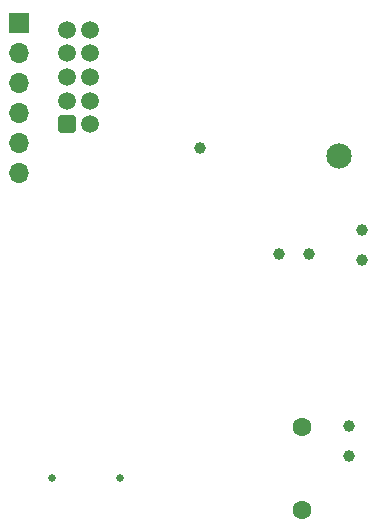
<source format=gbs>
%TF.GenerationSoftware,KiCad,Pcbnew,9.0.0*%
%TF.CreationDate,2025-02-25T22:38:48+02:00*%
%TF.ProjectId,bluetooth-audio,626c7565-746f-46f7-9468-2d617564696f,rev?*%
%TF.SameCoordinates,Original*%
%TF.FileFunction,Soldermask,Bot*%
%TF.FilePolarity,Negative*%
%FSLAX45Y45*%
G04 Gerber Fmt 4.5, Leading zero omitted, Abs format (unit mm)*
G04 Created by KiCad (PCBNEW 9.0.0) date 2025-02-25 22:38:48*
%MOMM*%
%LPD*%
G01*
G04 APERTURE LIST*
G04 Aperture macros list*
%AMRoundRect*
0 Rectangle with rounded corners*
0 $1 Rounding radius*
0 $2 $3 $4 $5 $6 $7 $8 $9 X,Y pos of 4 corners*
0 Add a 4 corners polygon primitive as box body*
4,1,4,$2,$3,$4,$5,$6,$7,$8,$9,$2,$3,0*
0 Add four circle primitives for the rounded corners*
1,1,$1+$1,$2,$3*
1,1,$1+$1,$4,$5*
1,1,$1+$1,$6,$7*
1,1,$1+$1,$8,$9*
0 Add four rect primitives between the rounded corners*
20,1,$1+$1,$2,$3,$4,$5,0*
20,1,$1+$1,$4,$5,$6,$7,0*
20,1,$1+$1,$6,$7,$8,$9,0*
20,1,$1+$1,$8,$9,$2,$3,0*%
G04 Aperture macros list end*
%ADD10C,1.600000*%
%ADD11C,2.140000*%
%ADD12C,0.650000*%
%ADD13R,1.700000X1.700000*%
%ADD14O,1.700000X1.700000*%
%ADD15C,1.000000*%
%ADD16RoundRect,0.250000X-0.500000X-0.500000X0.500000X-0.500000X0.500000X0.500000X-0.500000X0.500000X0*%
%ADD17C,1.500000*%
G04 APERTURE END LIST*
D10*
%TO.C,J1*%
X17164224Y-12070224D03*
X17164224Y-11370224D03*
%TD*%
D11*
%TO.C,MK1*%
X17479000Y-9072000D03*
%TD*%
D12*
%TO.C,J2*%
X15048750Y-11803625D03*
X15626750Y-11803625D03*
%TD*%
D13*
%TO.C,J3*%
X14772620Y-7947875D03*
D14*
X14772620Y-8201875D03*
X14772620Y-8455875D03*
X14772620Y-8709875D03*
X14772620Y-8963875D03*
X14772620Y-9217875D03*
%TD*%
D15*
%TO.C,TP6*%
X17565224Y-11363224D03*
X17565224Y-11617224D03*
%TD*%
D16*
%TO.C,J4*%
X15177620Y-8804875D03*
D17*
X15377620Y-8804875D03*
X15177620Y-8604875D03*
X15377620Y-8604875D03*
X15177620Y-8404875D03*
X15377620Y-8404875D03*
X15177620Y-8204875D03*
X15377620Y-8204875D03*
X15177620Y-8004875D03*
X15377620Y-8004875D03*
%TD*%
D15*
%TO.C,TP7*%
X16974000Y-9905000D03*
X17228000Y-9905000D03*
%TD*%
%TO.C,TP9*%
X16302000Y-9005000D03*
%TD*%
%TO.C,TP5*%
X17679000Y-9697000D03*
X17679000Y-9951000D03*
%TD*%
M02*

</source>
